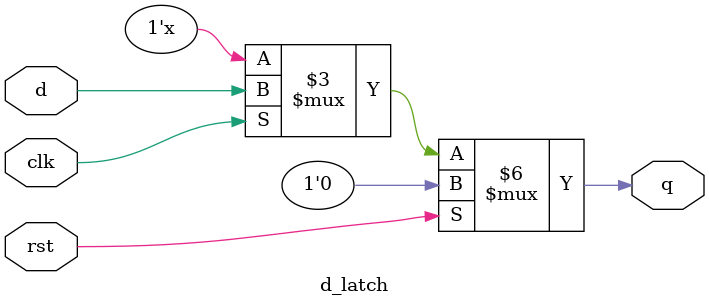
<source format=v>
module d_latch(clk,rst,d,q);
  input clk,rst,d;
  output reg q;
  always @(clk,rst,d)
    begin
      if (rst)
        q<=0;
      else if (clk)
        q<=d;
      else 
        q<=q;
    end
endmodule 
        
</source>
